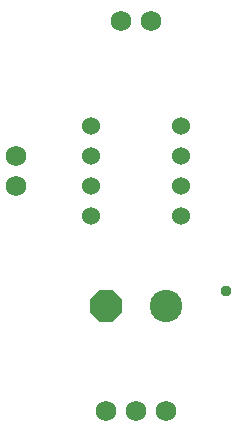
<source format=gbr>
G04 EAGLE Gerber RS-274X export*
G75*
%MOMM*%
%FSLAX34Y34*%
%LPD*%
%INSoldermask Bottom*%
%IPPOS*%
%AMOC8*
5,1,8,0,0,1.08239X$1,22.5*%
G01*
%ADD10C,2.743200*%
%ADD11P,2.969212X8X202.500000*%
%ADD12C,1.524000*%
%ADD13C,1.727200*%
%ADD14C,0.959600*%


D10*
X152400Y127000D03*
D11*
X101600Y127000D03*
D12*
X88900Y279400D03*
X88900Y254000D03*
X165100Y254000D03*
X165100Y279400D03*
X88900Y228600D03*
X88900Y203200D03*
X165100Y228600D03*
X165100Y203200D03*
D13*
X139700Y368300D03*
X114300Y368300D03*
X25400Y228600D03*
X25400Y254000D03*
X101600Y38100D03*
X127000Y38100D03*
X152400Y38100D03*
D14*
X203200Y139700D03*
M02*

</source>
